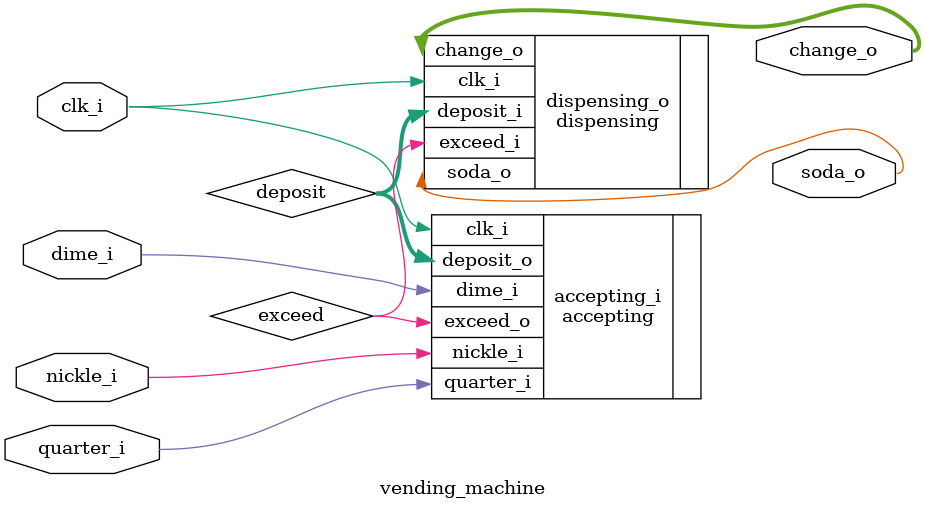
<source format=sv>
module vending_machine (
    // input
    input logic clk_i,
    input logic nickle_i,
    input logic dime_i,
    input logic quarter_i,

    // output
    output logic soda_o,
    output logic [2:0] change_o
  );

  logic [5:0] deposit;
  logic exceed;

  accepting accepting_i (
    .clk_i    (clk_i),
    .nickle_i (nickle_i),
    .dime_i   (dime_i),
    .quarter_i(quarter_i),
    .exceed_o (exceed),
    .deposit_o(deposit)
  );

  dispensing dispensing_o (
    .clk_i    (clk_i),
    .deposit_i(deposit),
    .exceed_i (exceed),
    .soda_o   (soda_o),
    .change_o (change_o)
  );

  `ifdef VERILATOR
    /*verilator lint_off UNUSED*/
    always @(posedge clk_i) begin : proc_asserting
      // only received soda when the deposit is greater than or equal to 20 cents
      if (soda_o) begin
        $display("deposit = %d, receive soda, change = %b", $past(deposit), change_o);
        assert ($past(deposit) >= 20); 
      end

      // assert that the vending machine can change correctly.
      case ($past(deposit))
        20: assert (change_o == 3'b000);
        25: assert (change_o == 3'b001);
        30: assert (change_o == 3'b010);
        35: assert (change_o == 3'b011);
        40: assert (change_o == 3'b100);
      endcase 
    end
    /*verilator lint_on UNUSED*/
  `endif
endmodule : vending_machine

</source>
